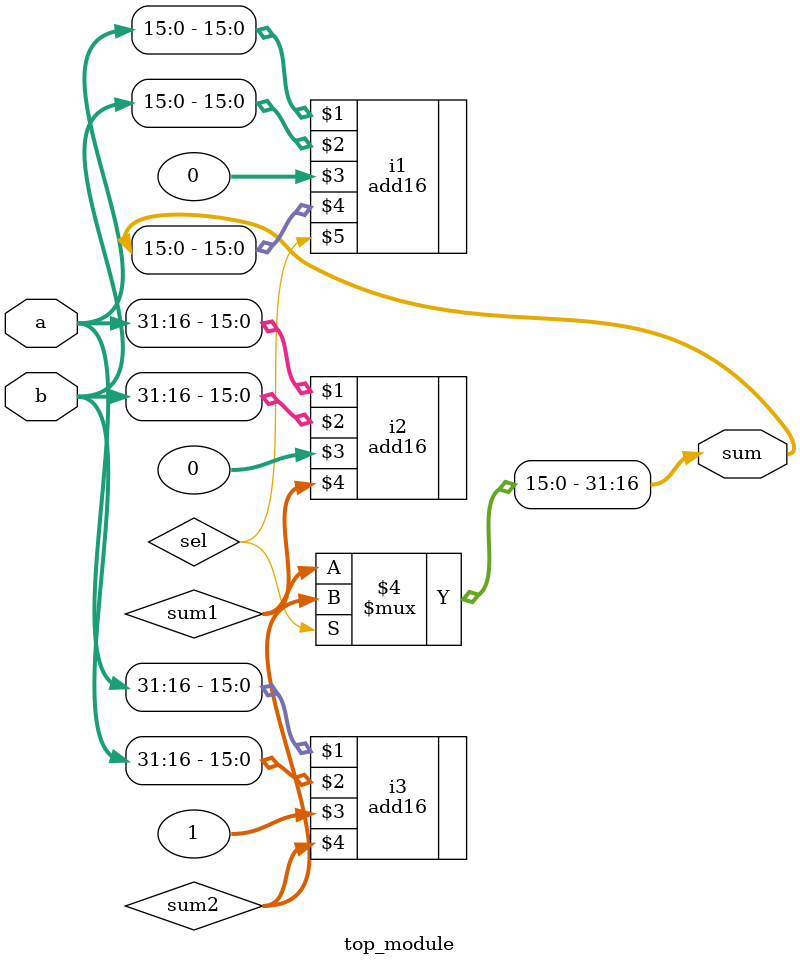
<source format=sv>
module top_module(
    input [31:0] a,
    input [31:0] b,
    output [31:0] sum
);
    wire sel;
    wire [15:0] sum1, sum2;
    add16 i1(a[15:0], b[15:0], 0, sum[15:0], sel);
    add16 i2(a[31:16], b[31:16], 0, sum1);
    add16 i3(a[31:16], b[31:16], 1, sum2);
    assign sum[31:16] = sel ? sum2 : sum1;
endmodule

</source>
